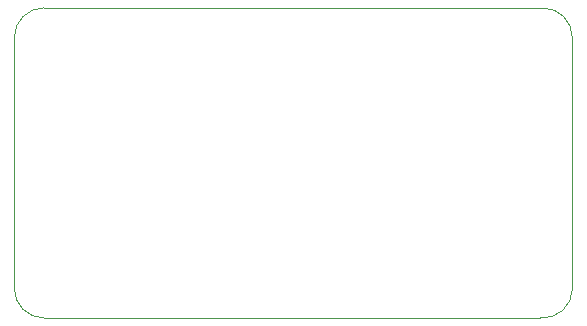
<source format=gbr>
%TF.GenerationSoftware,KiCad,Pcbnew,(5.1.9-0-10_14)*%
%TF.CreationDate,2021-03-17T00:33:25+08:00*%
%TF.ProjectId,xhp70-driver,78687037-302d-4647-9269-7665722e6b69,rev?*%
%TF.SameCoordinates,Original*%
%TF.FileFunction,Profile,NP*%
%FSLAX46Y46*%
G04 Gerber Fmt 4.6, Leading zero omitted, Abs format (unit mm)*
G04 Created by KiCad (PCBNEW (5.1.9-0-10_14)) date 2021-03-17 00:33:25*
%MOMM*%
%LPD*%
G01*
G04 APERTURE LIST*
%TA.AperFunction,Profile*%
%ADD10C,0.050000*%
%TD*%
G04 APERTURE END LIST*
D10*
X114500000Y-77000000D02*
G75*
G02*
X112000000Y-74500000I0J2500000D01*
G01*
X112000000Y-53250000D02*
G75*
G02*
X114500000Y-50750000I2500000J0D01*
G01*
X112000000Y-74500000D02*
X112000000Y-53250000D01*
X156750000Y-50750000D02*
G75*
G02*
X159250000Y-53250000I0J-2500000D01*
G01*
X159262468Y-74499999D02*
G75*
G02*
X156500001Y-76999999I-2512468J-1D01*
G01*
X159262468Y-74499999D02*
X159250000Y-53250000D01*
X114500000Y-50750000D02*
X156750000Y-50750000D01*
X114500000Y-77000000D02*
X156500001Y-76999999D01*
M02*

</source>
